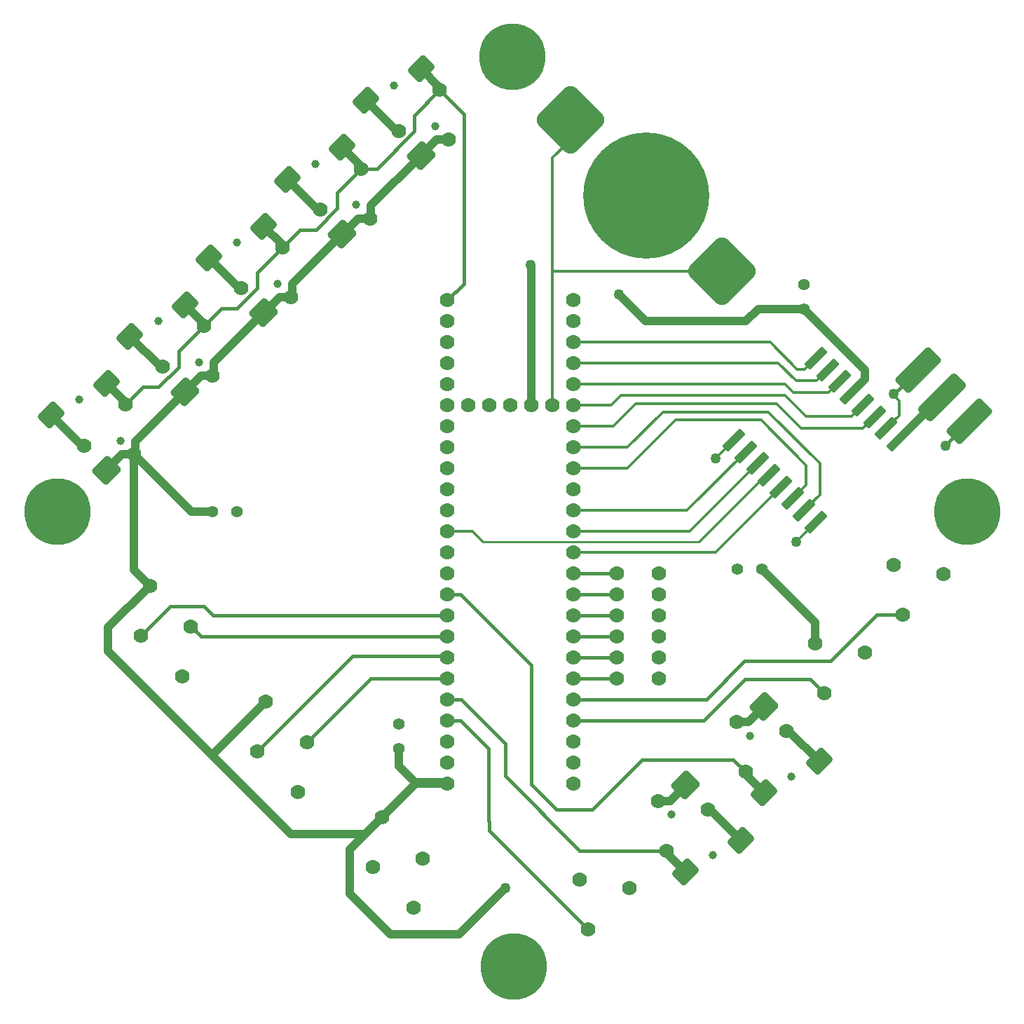
<source format=gtl>
G04*
G04 #@! TF.GenerationSoftware,Altium Limited,Altium Designer,19.0.14 (431)*
G04*
G04 Layer_Physical_Order=1*
G04 Layer_Color=255*
%FSLAX25Y25*%
%MOIN*%
G70*
G01*
G75*
%ADD14C,0.01000*%
G04:AMPARAMS|DCode=28|XSize=102.36mil|YSize=110.24mil|CornerRadius=15.35mil|HoleSize=0mil|Usage=FLASHONLY|Rotation=135.000|XOffset=0mil|YOffset=0mil|HoleType=Round|Shape=RoundedRectangle|*
%AMROUNDEDRECTD28*
21,1,0.10236,0.07953,0,0,135.0*
21,1,0.07165,0.11024,0,0,135.0*
1,1,0.03071,0.00278,0.05345*
1,1,0.03071,0.05345,0.00278*
1,1,0.03071,-0.00278,-0.05345*
1,1,0.03071,-0.05345,-0.00278*
%
%ADD28ROUNDEDRECTD28*%
G04:AMPARAMS|DCode=29|XSize=86.61mil|YSize=110.24mil|CornerRadius=12.99mil|HoleSize=0mil|Usage=FLASHONLY|Rotation=135.000|XOffset=0mil|YOffset=0mil|HoleType=Round|Shape=RoundedRectangle|*
%AMROUNDEDRECTD29*
21,1,0.08661,0.08425,0,0,135.0*
21,1,0.06063,0.11024,0,0,135.0*
1,1,0.02598,0.00835,0.05122*
1,1,0.02598,0.05122,0.00835*
1,1,0.02598,-0.00835,-0.05122*
1,1,0.02598,-0.05122,-0.00835*
%
%ADD29ROUNDEDRECTD29*%
G04:AMPARAMS|DCode=30|XSize=39.37mil|YSize=118.11mil|CornerRadius=3.94mil|HoleSize=0mil|Usage=FLASHONLY|Rotation=135.000|XOffset=0mil|YOffset=0mil|HoleType=Round|Shape=RoundedRectangle|*
%AMROUNDEDRECTD30*
21,1,0.03937,0.11024,0,0,135.0*
21,1,0.03150,0.11811,0,0,135.0*
1,1,0.00787,0.02784,0.05011*
1,1,0.00787,0.05011,0.02784*
1,1,0.00787,-0.02784,-0.05011*
1,1,0.00787,-0.05011,-0.02784*
%
%ADD30ROUNDEDRECTD30*%
G04:AMPARAMS|DCode=31|XSize=250mil|YSize=90mil|CornerRadius=13.5mil|HoleSize=0mil|Usage=FLASHONLY|Rotation=225.000|XOffset=0mil|YOffset=0mil|HoleType=Round|Shape=RoundedRectangle|*
%AMROUNDEDRECTD31*
21,1,0.25000,0.06300,0,0,225.0*
21,1,0.22300,0.09000,0,0,225.0*
1,1,0.02700,-0.10112,-0.05657*
1,1,0.02700,0.05657,0.10112*
1,1,0.02700,0.10112,0.05657*
1,1,0.02700,-0.05657,-0.10112*
%
%ADD31ROUNDEDRECTD31*%
G04:AMPARAMS|DCode=32|XSize=230mil|YSize=95mil|CornerRadius=14.25mil|HoleSize=0mil|Usage=FLASHONLY|Rotation=225.000|XOffset=0mil|YOffset=0mil|HoleType=Round|Shape=RoundedRectangle|*
%AMROUNDEDRECTD32*
21,1,0.23000,0.06650,0,0,225.0*
21,1,0.20150,0.09500,0,0,225.0*
1,1,0.02850,-0.09475,-0.04773*
1,1,0.02850,0.04773,0.09475*
1,1,0.02850,0.09475,0.04773*
1,1,0.02850,-0.04773,-0.09475*
%
%ADD32ROUNDEDRECTD32*%
G04:AMPARAMS|DCode=33|XSize=250mil|YSize=250mil|CornerRadius=37.5mil|HoleSize=0mil|Usage=FLASHONLY|Rotation=45.000|XOffset=0mil|YOffset=0mil|HoleType=Round|Shape=RoundedRectangle|*
%AMROUNDEDRECTD33*
21,1,0.25000,0.17500,0,0,45.0*
21,1,0.17500,0.25000,0,0,45.0*
1,1,0.07500,0.12374,0.00000*
1,1,0.07500,0.00000,-0.12374*
1,1,0.07500,-0.12374,0.00000*
1,1,0.07500,0.00000,0.12374*
%
%ADD33ROUNDEDRECTD33*%
%ADD34C,0.60000*%
%ADD35C,0.01600*%
%ADD36C,0.03937*%
%ADD37C,0.01400*%
%ADD38C,0.04000*%
%ADD39C,0.03000*%
%ADD40C,0.01800*%
%ADD41C,0.05512*%
%ADD42C,0.07000*%
%ADD43C,0.03937*%
%ADD44C,0.31496*%
%ADD45C,0.05000*%
D14*
X241297Y241297D02*
X344165D01*
D28*
X337649Y125668D02*
D03*
X375050Y163069D02*
D03*
X211864Y425098D02*
D03*
X174421Y387655D02*
D03*
X137019Y350254D02*
D03*
X99618Y312852D02*
D03*
X62216Y275451D02*
D03*
D29*
X337649Y84466D02*
D03*
X363817Y99499D02*
D03*
X375050Y121868D02*
D03*
X401219Y136901D02*
D03*
X211864Y466299D02*
D03*
X185695Y451266D02*
D03*
X148253Y413824D02*
D03*
X174421Y428857D02*
D03*
X110851Y376422D02*
D03*
X137019Y391455D02*
D03*
X73449Y339021D02*
D03*
X99618Y354054D02*
D03*
X36048Y301619D02*
D03*
X62216Y316652D02*
D03*
D30*
X399664Y328682D02*
D03*
X405232Y323114D02*
D03*
X410800Y317547D02*
D03*
X416368Y311979D02*
D03*
X421935Y306411D02*
D03*
X427503Y300843D02*
D03*
X433071Y295276D02*
D03*
X438639Y289708D02*
D03*
X399664Y250733D02*
D03*
X394096Y256301D02*
D03*
X388529Y261869D02*
D03*
X382961Y267437D02*
D03*
X377393Y273005D02*
D03*
X371825Y278572D02*
D03*
X366258Y284140D02*
D03*
X360690Y289708D02*
D03*
D31*
X459665Y310059D02*
D03*
D32*
X448139Y322999D02*
D03*
X472605Y298533D02*
D03*
D33*
X354960Y370013D02*
D03*
X282835Y442138D02*
D03*
D34*
X318898Y406076D02*
D03*
D35*
X187910Y176297D02*
X224409D01*
X157521Y145908D02*
X187910Y176297D01*
X428693Y206693D02*
X440945D01*
X406603Y184603D02*
X428693Y206693D01*
X365766Y184603D02*
X406603D01*
X347460Y166297D02*
X365766Y184603D01*
X251969Y129921D02*
Y145408D01*
X231080Y166297D02*
X251969Y145408D01*
X224409Y166297D02*
X231080D01*
X244094Y108583D02*
Y142905D01*
X230703Y156297D02*
X244094Y142905D01*
X224409Y156297D02*
X230703D01*
X264409Y126142D02*
Y182591D01*
X230703Y216297D02*
X264409Y182591D01*
X224409Y216297D02*
X230703D01*
X396835Y176000D02*
X403543Y169291D01*
X365979Y176000D02*
X396835D01*
X346276Y156297D02*
X365979Y176000D01*
X244094Y108583D02*
X244409Y108268D01*
Y104016D02*
Y108268D01*
Y104016D02*
X291339Y57087D01*
X251969Y129921D02*
X287402Y94488D01*
X328740D01*
X264409Y126142D02*
X276378Y114173D01*
X293307D01*
X316929Y137795D01*
X360236D01*
X366142Y131890D01*
X112860Y206297D02*
X224409D01*
X108526Y210630D02*
X112860Y206297D01*
X284409Y156297D02*
X346276D01*
X284409Y166297D02*
X347460D01*
X179134Y187008D02*
X223698D01*
X133858Y141732D02*
X179134Y187008D01*
X92520Y210630D02*
X108526D01*
X78740Y196850D02*
X92520Y210630D01*
X107133Y196297D02*
X224409D01*
X102403Y201026D02*
X107133Y196297D01*
X223698Y187008D02*
X224409Y186297D01*
X284409Y176297D02*
X304803D01*
X284409Y186297D02*
X304803D01*
X284409Y196297D02*
X304803D01*
X284409Y206297D02*
X304803D01*
X284409Y216297D02*
X304803D01*
X284409Y226297D02*
X304803D01*
X208661Y444167D02*
X220772Y456277D01*
X208661Y436672D02*
Y444167D01*
X96457Y324467D02*
Y331962D01*
X86996Y315006D02*
X96457Y324467D01*
X79501Y315006D02*
X86996D01*
X71125Y306630D02*
X79501Y315006D01*
X96457Y331962D02*
X108526Y344032D01*
X133858Y361868D02*
Y369364D01*
X124398Y352408D02*
X133858Y361868D01*
X116902Y352408D02*
X124398D01*
X108526Y344032D02*
X116902Y352408D01*
X133858Y369364D02*
X145928Y381433D01*
X171955Y399965D02*
Y407461D01*
X161799Y389809D02*
X171955Y399965D01*
X154304Y389809D02*
X161799D01*
X145928Y381433D02*
X154304Y389809D01*
X171955Y407461D02*
X183329Y418835D01*
X190825D02*
X208661Y436672D01*
X183329Y418835D02*
X190825D01*
X220772Y456277D02*
X232283Y444766D01*
Y364171D02*
Y444766D01*
X224409Y356297D02*
X232283Y364171D01*
D36*
X209117Y126883D02*
X223823D01*
X201285Y134715D02*
X209117Y126883D01*
X201285Y134715D02*
Y143000D01*
X223823Y126883D02*
X224409Y126297D01*
X200984Y142699D02*
X201285Y143000D01*
X209171Y126297D02*
X224409D01*
X193152Y110277D02*
X209171Y126297D01*
X75301Y282967D02*
X102648Y255620D01*
X112587D01*
X264000Y373000D02*
X264203Y372797D01*
Y306503D02*
Y372797D01*
Y306503D02*
X264409Y306297D01*
X306000Y359000D02*
X318741Y346259D01*
X366416D01*
X372158Y352000D01*
X394000D01*
X423000Y323000D01*
Y318611D02*
Y323000D01*
X416368Y311979D02*
X423000Y318611D01*
X416368Y311979D02*
Y311979D01*
X374016Y228346D02*
X399367Y202995D01*
Y192954D02*
Y202995D01*
X328740Y93375D02*
Y94488D01*
Y93375D02*
X337649Y84466D01*
X348227Y113975D02*
X349341D01*
X363817Y99499D01*
X324564Y118151D02*
X330132D01*
X337649Y125668D01*
X366142Y130776D02*
Y131890D01*
Y130776D02*
X375050Y121868D01*
X385629Y151377D02*
X386742D01*
X401219Y136901D01*
X361966Y155553D02*
X367534D01*
X375050Y163069D01*
X230015Y54818D02*
X251969Y76772D01*
X197150Y54818D02*
X230015D01*
X177910Y95035D02*
X185237Y102362D01*
X177910Y74059D02*
X197150Y54818D01*
X177910Y74059D02*
Y95035D01*
X185237Y102362D02*
X193152Y110277D01*
X112702Y139764D02*
X150104Y102362D01*
X62992Y189474D02*
X112702Y139764D01*
Y140064D01*
X138034Y165395D01*
X150104Y102362D02*
X185237D01*
X62992Y189474D02*
Y200590D01*
X82916Y220514D01*
X75301Y228129D02*
X82916Y220514D01*
X75301Y228129D02*
Y282967D01*
X75887Y283553D01*
Y289121D01*
X99618Y312852D01*
X112702Y320369D02*
X113288Y320955D01*
Y326523D01*
X137019Y350254D01*
X150104Y357770D02*
X150690Y358356D01*
Y363924D01*
X174421Y387655D01*
X187505Y395172D02*
X188091Y395758D01*
Y401326D01*
X211864Y425098D01*
X220772Y456277D02*
Y457391D01*
X211864Y466299D02*
X220772Y457391D01*
X200171Y436790D02*
X201285D01*
X185695Y451266D02*
X200171Y436790D01*
X219380Y432614D02*
X224948D01*
X211864Y425098D02*
X219380Y432614D01*
X174421Y387655D02*
X181938Y395172D01*
X187505D01*
X148253Y413824D02*
X162729Y399348D01*
X163842D01*
X174421Y428857D02*
X183329Y419948D01*
Y418835D02*
Y419948D01*
X137019Y350254D02*
X144536Y357770D01*
X150104D01*
X110851Y376422D02*
X125327Y361946D01*
X126441D01*
X137019Y391455D02*
X145928Y382547D01*
Y381433D02*
Y382547D01*
X99618Y312852D02*
X107134Y320369D01*
X112702D01*
X73449Y339021D02*
X87926Y324545D01*
X89039Y324545D01*
X99618Y354054D02*
X108526Y345145D01*
Y344032D02*
Y345145D01*
X62216Y275451D02*
X69733Y282967D01*
X75301D01*
X36048Y301619D02*
X50524Y287143D01*
X51638D01*
X62216Y316652D02*
X71125Y307744D01*
Y306630D02*
Y307744D01*
D37*
X274475Y370013D02*
X354960D01*
X274409Y370079D02*
X274475Y370013D01*
X394886Y301175D02*
X416699D01*
X421935Y306411D01*
X385037Y311024D02*
X394886Y301175D01*
X392751Y295276D02*
X421935D01*
X380940Y307087D02*
X392751Y295276D01*
X421935D02*
X427503Y300843D01*
X405563Y312310D02*
X410800Y317547D01*
X388934Y312310D02*
X405563D01*
X384948Y316297D02*
X388934Y312310D01*
X307087Y311024D02*
X385037D01*
X399996Y317878D02*
X405232Y323114D01*
X390149Y317878D02*
X399996D01*
X381730Y326297D02*
X390149Y317878D01*
X302360Y306297D02*
X307087Y311024D01*
X284409Y306297D02*
X302360D01*
X390646Y323446D02*
X394428D01*
X377795Y336297D02*
X390646Y323446D01*
X284409Y336297D02*
X377795D01*
X373485Y299213D02*
X394886Y277811D01*
Y268226D02*
Y277811D01*
X388529Y261869D02*
X394886Y268226D01*
X284409Y296297D02*
X303150D01*
X313940Y307087D01*
X380940D01*
X401575Y263780D02*
Y278648D01*
X377074Y303150D02*
X401575Y278648D01*
X326932Y303150D02*
X377074D01*
X332995Y299213D02*
X373485D01*
X284409Y316297D02*
X384948D01*
X284409Y326297D02*
X381730D01*
X310079Y286297D02*
X326932Y303150D01*
X310079Y276297D02*
X332995Y299213D01*
X394428Y323446D02*
X399664Y328682D01*
X439314Y301519D02*
Y308517D01*
X436755Y311076D02*
X439314Y308517D01*
X436755Y311076D02*
Y311614D01*
X433071Y295276D02*
X439314Y301519D01*
X284409Y286297D02*
X310079D01*
X394096Y256301D02*
X401575Y263780D01*
X390227Y241297D02*
X399664Y250733D01*
X351821Y280955D02*
X351937D01*
X360690Y289708D01*
X274409Y370079D02*
Y424016D01*
Y306297D02*
Y370079D01*
Y424016D02*
X282835Y432441D01*
Y442138D01*
X224409Y246297D02*
X236297D01*
X241297Y241297D01*
X344165D02*
X375873Y273005D01*
X377393D01*
X284409Y276297D02*
X310079D01*
X351821Y236297D02*
X382961Y267437D01*
X284409Y236297D02*
X351821D01*
X339550Y246297D02*
X371825Y278572D01*
X284409Y246297D02*
X339550D01*
X338414Y256297D02*
X366258Y284140D01*
X284409Y256297D02*
X338414D01*
D38*
X454050Y305119D02*
X454725D01*
X438639Y289708D02*
X454050Y305119D01*
D39*
X374016Y228346D02*
X374695D01*
D40*
X461221Y287149D02*
X465039Y290967D01*
X436755Y311614D02*
X440573Y315433D01*
D41*
X394000Y352000D02*
D03*
Y363811D02*
D03*
X374016Y228346D02*
D03*
X362205D02*
D03*
X201285Y143000D02*
D03*
Y154811D02*
D03*
X112587Y255620D02*
D03*
X124398D02*
D03*
D42*
X324564Y118151D02*
D03*
X328740Y94488D02*
D03*
X348227Y113975D02*
D03*
X310826Y76574D02*
D03*
X291339Y57087D02*
D03*
X287163Y80750D02*
D03*
X361966Y155553D02*
D03*
X366142Y131890D02*
D03*
X385629Y151377D02*
D03*
X423031Y188778D02*
D03*
X403543Y169291D02*
D03*
X399367Y192954D02*
D03*
X460432Y226180D02*
D03*
X440945Y206693D02*
D03*
X436769Y230356D02*
D03*
X82916Y220514D02*
D03*
X78740Y196850D02*
D03*
X102403Y201026D02*
D03*
X98144Y177447D02*
D03*
X234409Y306297D02*
D03*
X244409D02*
D03*
X254409D02*
D03*
X264409D02*
D03*
X274409D02*
D03*
X224409Y126297D02*
D03*
Y136297D02*
D03*
Y146297D02*
D03*
Y156297D02*
D03*
Y166297D02*
D03*
Y176297D02*
D03*
Y186297D02*
D03*
Y196297D02*
D03*
Y206297D02*
D03*
Y216297D02*
D03*
Y226297D02*
D03*
Y236297D02*
D03*
Y246297D02*
D03*
Y256297D02*
D03*
Y266297D02*
D03*
Y276297D02*
D03*
Y286297D02*
D03*
Y296297D02*
D03*
Y306297D02*
D03*
Y316297D02*
D03*
Y326297D02*
D03*
Y336297D02*
D03*
Y346297D02*
D03*
Y356297D02*
D03*
X284409D02*
D03*
Y346297D02*
D03*
Y336297D02*
D03*
Y326297D02*
D03*
Y316297D02*
D03*
Y306297D02*
D03*
Y296297D02*
D03*
Y286297D02*
D03*
Y276297D02*
D03*
Y266297D02*
D03*
Y256297D02*
D03*
Y246297D02*
D03*
Y236297D02*
D03*
Y226297D02*
D03*
Y216297D02*
D03*
Y206297D02*
D03*
Y196297D02*
D03*
Y186297D02*
D03*
Y176297D02*
D03*
Y156297D02*
D03*
Y126297D02*
D03*
Y136297D02*
D03*
Y146297D02*
D03*
Y166297D02*
D03*
X304803Y226297D02*
D03*
X324803D02*
D03*
X304803Y216297D02*
D03*
X324803D02*
D03*
X304803Y206297D02*
D03*
X324803D02*
D03*
X304803Y196297D02*
D03*
X324803D02*
D03*
Y186297D02*
D03*
X304803Y176297D02*
D03*
X324803D02*
D03*
X304803Y186297D02*
D03*
X224948Y432614D02*
D03*
X220772Y456277D02*
D03*
X201285Y436790D02*
D03*
X163842Y399348D02*
D03*
X183329Y418835D02*
D03*
X187505Y395172D02*
D03*
X126441Y361946D02*
D03*
X145928Y381433D02*
D03*
X150104Y357770D02*
D03*
X89039Y324545D02*
D03*
X108526Y344032D02*
D03*
X112702Y320369D02*
D03*
X51638Y287143D02*
D03*
X71125Y306630D02*
D03*
X75301Y282967D02*
D03*
X138034Y165395D02*
D03*
X133858Y141732D02*
D03*
X157521Y145908D02*
D03*
X153262Y122329D02*
D03*
X193152Y110277D02*
D03*
X188976Y86614D02*
D03*
X212639Y90790D02*
D03*
X208380Y67211D02*
D03*
D43*
X350454Y92261D02*
D03*
X330967Y111748D02*
D03*
X387856Y129663D02*
D03*
X368369Y149150D02*
D03*
X199058Y458505D02*
D03*
X218545Y439017D02*
D03*
X181102Y401575D02*
D03*
X161615Y421062D02*
D03*
X143701Y364173D02*
D03*
X124214Y383660D02*
D03*
X106299Y326772D02*
D03*
X86812Y346259D02*
D03*
X68898Y289370D02*
D03*
X49410Y308857D02*
D03*
D44*
X255221Y471870D02*
D03*
X38971Y255620D02*
D03*
X471471D02*
D03*
X255906Y39370D02*
D03*
D45*
X264000Y373000D02*
D03*
X306000Y359000D02*
D03*
X251969Y76772D02*
D03*
X390227Y241297D02*
D03*
X351821Y280955D02*
D03*
X303150Y389764D02*
D03*
X436755Y311614D02*
D03*
X461221Y287149D02*
D03*
M02*

</source>
